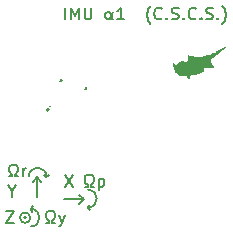
<source format=gbr>
%TF.GenerationSoftware,KiCad,Pcbnew,7.0.5*%
%TF.CreationDate,2023-06-07T14:55:56+03:00*%
%TF.ProjectId,IMU__1,494d555f-b131-42e6-9b69-6361645f7063,rev?*%
%TF.SameCoordinates,Original*%
%TF.FileFunction,Legend,Top*%
%TF.FilePolarity,Positive*%
%FSLAX46Y46*%
G04 Gerber Fmt 4.6, Leading zero omitted, Abs format (unit mm)*
G04 Created by KiCad (PCBNEW 7.0.5) date 2023-06-07 14:55:56*
%MOMM*%
%LPD*%
G01*
G04 APERTURE LIST*
%ADD10C,0.150000*%
%ADD11C,0.027000*%
%ADD12C,0.254000*%
G04 APERTURE END LIST*
D10*
X107500811Y-97230983D02*
G75*
G03*
X107500811Y-97230983I-74754J0D01*
G01*
X110755000Y-95680000D02*
X112445000Y-95680000D01*
X112469160Y-94589819D02*
X112707255Y-94589819D01*
X112707255Y-94589819D02*
X112707255Y-94399342D01*
X112707255Y-94399342D02*
X112612017Y-94351723D01*
X112612017Y-94351723D02*
X112516779Y-94256485D01*
X112516779Y-94256485D02*
X112469160Y-94113628D01*
X112469160Y-94113628D02*
X112469160Y-93875533D01*
X112469160Y-93875533D02*
X112516779Y-93732676D01*
X112516779Y-93732676D02*
X112612017Y-93637438D01*
X112612017Y-93637438D02*
X112754874Y-93589819D01*
X112754874Y-93589819D02*
X112945350Y-93589819D01*
X112945350Y-93589819D02*
X113088207Y-93637438D01*
X113088207Y-93637438D02*
X113183445Y-93732676D01*
X113183445Y-93732676D02*
X113231064Y-93875533D01*
X113231064Y-93875533D02*
X113231064Y-94113628D01*
X113231064Y-94113628D02*
X113183445Y-94256485D01*
X113183445Y-94256485D02*
X113088207Y-94351723D01*
X113088207Y-94351723D02*
X112992969Y-94399342D01*
X112992969Y-94399342D02*
X112992969Y-94589819D01*
X112992969Y-94589819D02*
X113231064Y-94589819D01*
X113659636Y-93923152D02*
X113659636Y-94923152D01*
X113659636Y-93970771D02*
X113754874Y-93923152D01*
X113754874Y-93923152D02*
X113945350Y-93923152D01*
X113945350Y-93923152D02*
X114040588Y-93970771D01*
X114040588Y-93970771D02*
X114088207Y-94018390D01*
X114088207Y-94018390D02*
X114135826Y-94113628D01*
X114135826Y-94113628D02*
X114135826Y-94399342D01*
X114135826Y-94399342D02*
X114088207Y-94494580D01*
X114088207Y-94494580D02*
X114040588Y-94542200D01*
X114040588Y-94542200D02*
X113945350Y-94589819D01*
X113945350Y-94589819D02*
X113754874Y-94589819D01*
X113754874Y-94589819D02*
X113659636Y-94542200D01*
X106059160Y-93729819D02*
X106297255Y-93729819D01*
X106297255Y-93729819D02*
X106297255Y-93539342D01*
X106297255Y-93539342D02*
X106202017Y-93491723D01*
X106202017Y-93491723D02*
X106106779Y-93396485D01*
X106106779Y-93396485D02*
X106059160Y-93253628D01*
X106059160Y-93253628D02*
X106059160Y-93015533D01*
X106059160Y-93015533D02*
X106106779Y-92872676D01*
X106106779Y-92872676D02*
X106202017Y-92777438D01*
X106202017Y-92777438D02*
X106344874Y-92729819D01*
X106344874Y-92729819D02*
X106535350Y-92729819D01*
X106535350Y-92729819D02*
X106678207Y-92777438D01*
X106678207Y-92777438D02*
X106773445Y-92872676D01*
X106773445Y-92872676D02*
X106821064Y-93015533D01*
X106821064Y-93015533D02*
X106821064Y-93253628D01*
X106821064Y-93253628D02*
X106773445Y-93396485D01*
X106773445Y-93396485D02*
X106678207Y-93491723D01*
X106678207Y-93491723D02*
X106582969Y-93539342D01*
X106582969Y-93539342D02*
X106582969Y-93729819D01*
X106582969Y-93729819D02*
X106821064Y-93729819D01*
X107249636Y-93729819D02*
X107249636Y-93063152D01*
X107249636Y-93253628D02*
X107297255Y-93158390D01*
X107297255Y-93158390D02*
X107344874Y-93110771D01*
X107344874Y-93110771D02*
X107440112Y-93063152D01*
X107440112Y-93063152D02*
X107535350Y-93063152D01*
X109190143Y-97640802D02*
X109428238Y-97640802D01*
X109428238Y-97640802D02*
X109428238Y-97450325D01*
X109428238Y-97450325D02*
X109333000Y-97402706D01*
X109333000Y-97402706D02*
X109237762Y-97307468D01*
X109237762Y-97307468D02*
X109190143Y-97164611D01*
X109190143Y-97164611D02*
X109190143Y-96926516D01*
X109190143Y-96926516D02*
X109237762Y-96783659D01*
X109237762Y-96783659D02*
X109333000Y-96688421D01*
X109333000Y-96688421D02*
X109475857Y-96640802D01*
X109475857Y-96640802D02*
X109666333Y-96640802D01*
X109666333Y-96640802D02*
X109809190Y-96688421D01*
X109809190Y-96688421D02*
X109904428Y-96783659D01*
X109904428Y-96783659D02*
X109952047Y-96926516D01*
X109952047Y-96926516D02*
X109952047Y-97164611D01*
X109952047Y-97164611D02*
X109904428Y-97307468D01*
X109904428Y-97307468D02*
X109809190Y-97402706D01*
X109809190Y-97402706D02*
X109713952Y-97450325D01*
X109713952Y-97450325D02*
X109713952Y-97640802D01*
X109713952Y-97640802D02*
X109952047Y-97640802D01*
X110285381Y-96974135D02*
X110523476Y-97640802D01*
X110761571Y-96974135D02*
X110523476Y-97640802D01*
X110523476Y-97640802D02*
X110428238Y-97878897D01*
X110428238Y-97878897D02*
X110380619Y-97926516D01*
X110380619Y-97926516D02*
X110285381Y-97974135D01*
X107890000Y-96480000D02*
X108000000Y-96710000D01*
X107890000Y-97980000D02*
G75*
G03*
X107890000Y-96480000I0J750000D01*
G01*
X107890000Y-96480000D02*
X108060000Y-96280000D01*
X112740000Y-96370000D02*
X112850000Y-96140000D01*
X112735000Y-96380000D02*
X112905000Y-96580000D01*
X112740000Y-96370000D02*
G75*
G03*
X112740000Y-94870000I0J750000D01*
G01*
X109230000Y-93750000D02*
X109000000Y-93640000D01*
X109230000Y-93750000D02*
X109430000Y-93580000D01*
X109230000Y-93750000D02*
G75*
G03*
X107730000Y-93750000I-750000J0D01*
G01*
X105842524Y-96640802D02*
X106509190Y-96640802D01*
X106509190Y-96640802D02*
X105842524Y-97640802D01*
X105842524Y-97640802D02*
X106509190Y-97640802D01*
X110791541Y-93589819D02*
X111458207Y-94589819D01*
X111458207Y-93589819D02*
X110791541Y-94589819D01*
X106297255Y-94963628D02*
X106297255Y-95439819D01*
X105963922Y-94439819D02*
X106297255Y-94963628D01*
X106297255Y-94963628D02*
X106630588Y-94439819D01*
X107864311Y-97230983D02*
G75*
G03*
X107864311Y-97230983I-438254J0D01*
G01*
X112440000Y-95680000D02*
X111970000Y-95330000D01*
X112440000Y-95680000D02*
X111970000Y-96030000D01*
X108450000Y-93760000D02*
X108800000Y-94230000D01*
X108450000Y-93760000D02*
X108100000Y-94230000D01*
X108450000Y-95450000D02*
X108450000Y-93760000D01*
X109427755Y-88080000D02*
G75*
G03*
X109427755Y-88080000I-97755J0D01*
G01*
X110841793Y-80449819D02*
X110841793Y-79449819D01*
X111317983Y-80449819D02*
X111317983Y-79449819D01*
X111317983Y-79449819D02*
X111651316Y-80164104D01*
X111651316Y-80164104D02*
X111984649Y-79449819D01*
X111984649Y-79449819D02*
X111984649Y-80449819D01*
X112460840Y-79449819D02*
X112460840Y-80259342D01*
X112460840Y-80259342D02*
X112508459Y-80354580D01*
X112508459Y-80354580D02*
X112556078Y-80402200D01*
X112556078Y-80402200D02*
X112651316Y-80449819D01*
X112651316Y-80449819D02*
X112841792Y-80449819D01*
X112841792Y-80449819D02*
X112937030Y-80402200D01*
X112937030Y-80402200D02*
X112984649Y-80354580D01*
X112984649Y-80354580D02*
X113032268Y-80259342D01*
X113032268Y-80259342D02*
X113032268Y-79449819D01*
X114841792Y-79783152D02*
X114698935Y-80259342D01*
X114698935Y-80259342D02*
X114651316Y-80354580D01*
X114651316Y-80354580D02*
X114603697Y-80402200D01*
X114603697Y-80402200D02*
X114508459Y-80449819D01*
X114508459Y-80449819D02*
X114413221Y-80449819D01*
X114413221Y-80449819D02*
X114317983Y-80402200D01*
X114317983Y-80402200D02*
X114270364Y-80354580D01*
X114270364Y-80354580D02*
X114222745Y-80211723D01*
X114222745Y-80211723D02*
X114222745Y-80021247D01*
X114222745Y-80021247D02*
X114270364Y-79878390D01*
X114270364Y-79878390D02*
X114317983Y-79830771D01*
X114317983Y-79830771D02*
X114413221Y-79783152D01*
X114413221Y-79783152D02*
X114508459Y-79783152D01*
X114508459Y-79783152D02*
X114603697Y-79830771D01*
X114603697Y-79830771D02*
X114651316Y-79878390D01*
X114651316Y-79878390D02*
X114698935Y-79973628D01*
X114698935Y-79973628D02*
X114746554Y-80306961D01*
X114746554Y-80306961D02*
X114794173Y-80402200D01*
X114794173Y-80402200D02*
X114889411Y-80449819D01*
X115794173Y-80449819D02*
X115222745Y-80449819D01*
X115508459Y-80449819D02*
X115508459Y-79449819D01*
X115508459Y-79449819D02*
X115413221Y-79592676D01*
X115413221Y-79592676D02*
X115317983Y-79687914D01*
X115317983Y-79687914D02*
X115222745Y-79735533D01*
X118032269Y-80830771D02*
X117984650Y-80783152D01*
X117984650Y-80783152D02*
X117889412Y-80640295D01*
X117889412Y-80640295D02*
X117841793Y-80545057D01*
X117841793Y-80545057D02*
X117794174Y-80402200D01*
X117794174Y-80402200D02*
X117746555Y-80164104D01*
X117746555Y-80164104D02*
X117746555Y-79973628D01*
X117746555Y-79973628D02*
X117794174Y-79735533D01*
X117794174Y-79735533D02*
X117841793Y-79592676D01*
X117841793Y-79592676D02*
X117889412Y-79497438D01*
X117889412Y-79497438D02*
X117984650Y-79354580D01*
X117984650Y-79354580D02*
X118032269Y-79306961D01*
X118984650Y-80354580D02*
X118937031Y-80402200D01*
X118937031Y-80402200D02*
X118794174Y-80449819D01*
X118794174Y-80449819D02*
X118698936Y-80449819D01*
X118698936Y-80449819D02*
X118556079Y-80402200D01*
X118556079Y-80402200D02*
X118460841Y-80306961D01*
X118460841Y-80306961D02*
X118413222Y-80211723D01*
X118413222Y-80211723D02*
X118365603Y-80021247D01*
X118365603Y-80021247D02*
X118365603Y-79878390D01*
X118365603Y-79878390D02*
X118413222Y-79687914D01*
X118413222Y-79687914D02*
X118460841Y-79592676D01*
X118460841Y-79592676D02*
X118556079Y-79497438D01*
X118556079Y-79497438D02*
X118698936Y-79449819D01*
X118698936Y-79449819D02*
X118794174Y-79449819D01*
X118794174Y-79449819D02*
X118937031Y-79497438D01*
X118937031Y-79497438D02*
X118984650Y-79545057D01*
X119413222Y-80354580D02*
X119460841Y-80402200D01*
X119460841Y-80402200D02*
X119413222Y-80449819D01*
X119413222Y-80449819D02*
X119365603Y-80402200D01*
X119365603Y-80402200D02*
X119413222Y-80354580D01*
X119413222Y-80354580D02*
X119413222Y-80449819D01*
X119841793Y-80402200D02*
X119984650Y-80449819D01*
X119984650Y-80449819D02*
X120222745Y-80449819D01*
X120222745Y-80449819D02*
X120317983Y-80402200D01*
X120317983Y-80402200D02*
X120365602Y-80354580D01*
X120365602Y-80354580D02*
X120413221Y-80259342D01*
X120413221Y-80259342D02*
X120413221Y-80164104D01*
X120413221Y-80164104D02*
X120365602Y-80068866D01*
X120365602Y-80068866D02*
X120317983Y-80021247D01*
X120317983Y-80021247D02*
X120222745Y-79973628D01*
X120222745Y-79973628D02*
X120032269Y-79926009D01*
X120032269Y-79926009D02*
X119937031Y-79878390D01*
X119937031Y-79878390D02*
X119889412Y-79830771D01*
X119889412Y-79830771D02*
X119841793Y-79735533D01*
X119841793Y-79735533D02*
X119841793Y-79640295D01*
X119841793Y-79640295D02*
X119889412Y-79545057D01*
X119889412Y-79545057D02*
X119937031Y-79497438D01*
X119937031Y-79497438D02*
X120032269Y-79449819D01*
X120032269Y-79449819D02*
X120270364Y-79449819D01*
X120270364Y-79449819D02*
X120413221Y-79497438D01*
X120841793Y-80354580D02*
X120889412Y-80402200D01*
X120889412Y-80402200D02*
X120841793Y-80449819D01*
X120841793Y-80449819D02*
X120794174Y-80402200D01*
X120794174Y-80402200D02*
X120841793Y-80354580D01*
X120841793Y-80354580D02*
X120841793Y-80449819D01*
X121889411Y-80354580D02*
X121841792Y-80402200D01*
X121841792Y-80402200D02*
X121698935Y-80449819D01*
X121698935Y-80449819D02*
X121603697Y-80449819D01*
X121603697Y-80449819D02*
X121460840Y-80402200D01*
X121460840Y-80402200D02*
X121365602Y-80306961D01*
X121365602Y-80306961D02*
X121317983Y-80211723D01*
X121317983Y-80211723D02*
X121270364Y-80021247D01*
X121270364Y-80021247D02*
X121270364Y-79878390D01*
X121270364Y-79878390D02*
X121317983Y-79687914D01*
X121317983Y-79687914D02*
X121365602Y-79592676D01*
X121365602Y-79592676D02*
X121460840Y-79497438D01*
X121460840Y-79497438D02*
X121603697Y-79449819D01*
X121603697Y-79449819D02*
X121698935Y-79449819D01*
X121698935Y-79449819D02*
X121841792Y-79497438D01*
X121841792Y-79497438D02*
X121889411Y-79545057D01*
X122317983Y-80354580D02*
X122365602Y-80402200D01*
X122365602Y-80402200D02*
X122317983Y-80449819D01*
X122317983Y-80449819D02*
X122270364Y-80402200D01*
X122270364Y-80402200D02*
X122317983Y-80354580D01*
X122317983Y-80354580D02*
X122317983Y-80449819D01*
X122746554Y-80402200D02*
X122889411Y-80449819D01*
X122889411Y-80449819D02*
X123127506Y-80449819D01*
X123127506Y-80449819D02*
X123222744Y-80402200D01*
X123222744Y-80402200D02*
X123270363Y-80354580D01*
X123270363Y-80354580D02*
X123317982Y-80259342D01*
X123317982Y-80259342D02*
X123317982Y-80164104D01*
X123317982Y-80164104D02*
X123270363Y-80068866D01*
X123270363Y-80068866D02*
X123222744Y-80021247D01*
X123222744Y-80021247D02*
X123127506Y-79973628D01*
X123127506Y-79973628D02*
X122937030Y-79926009D01*
X122937030Y-79926009D02*
X122841792Y-79878390D01*
X122841792Y-79878390D02*
X122794173Y-79830771D01*
X122794173Y-79830771D02*
X122746554Y-79735533D01*
X122746554Y-79735533D02*
X122746554Y-79640295D01*
X122746554Y-79640295D02*
X122794173Y-79545057D01*
X122794173Y-79545057D02*
X122841792Y-79497438D01*
X122841792Y-79497438D02*
X122937030Y-79449819D01*
X122937030Y-79449819D02*
X123175125Y-79449819D01*
X123175125Y-79449819D02*
X123317982Y-79497438D01*
X123746554Y-80354580D02*
X123794173Y-80402200D01*
X123794173Y-80402200D02*
X123746554Y-80449819D01*
X123746554Y-80449819D02*
X123698935Y-80402200D01*
X123698935Y-80402200D02*
X123746554Y-80354580D01*
X123746554Y-80354580D02*
X123746554Y-80449819D01*
X124127506Y-80830771D02*
X124175125Y-80783152D01*
X124175125Y-80783152D02*
X124270363Y-80640295D01*
X124270363Y-80640295D02*
X124317982Y-80545057D01*
X124317982Y-80545057D02*
X124365601Y-80402200D01*
X124365601Y-80402200D02*
X124413220Y-80164104D01*
X124413220Y-80164104D02*
X124413220Y-79973628D01*
X124413220Y-79973628D02*
X124365601Y-79735533D01*
X124365601Y-79735533D02*
X124317982Y-79592676D01*
X124317982Y-79592676D02*
X124270363Y-79497438D01*
X124270363Y-79497438D02*
X124175125Y-79354580D01*
X124175125Y-79354580D02*
X124127506Y-79306961D01*
D11*
%TO.C,IC2*%
X109529000Y-87800000D02*
G75*
G03*
X109503000Y-87800000I-13000J0D01*
G01*
X109502000Y-87800000D02*
G75*
G03*
X109530000Y-87800000I14000J0D01*
G01*
X109529000Y-87800000D02*
X109529000Y-87800000D01*
X109502000Y-87800000D02*
X109502000Y-87800000D01*
D12*
%TO.C,R2*%
X110490000Y-85612500D02*
G75*
G03*
X110490000Y-85612500I-50000J0D01*
G01*
%TO.C,R1*%
X112570000Y-86315000D02*
G75*
G03*
X112570000Y-86315000I-50000J0D01*
G01*
%TO.C,G\u002A\u002A\u002A*%
G36*
X124418653Y-82824912D02*
G01*
X124387556Y-82881466D01*
X124324733Y-82944364D01*
X124265327Y-82984300D01*
X124165063Y-83047799D01*
X124038579Y-83138164D01*
X123932717Y-83220323D01*
X123818993Y-83307600D01*
X123716597Y-83377548D01*
X123651128Y-83413402D01*
X123575960Y-83467917D01*
X123512884Y-83552919D01*
X123427169Y-83651759D01*
X123309031Y-83720327D01*
X123180230Y-83787551D01*
X123119894Y-83865834D01*
X123122349Y-83968062D01*
X123158784Y-84061589D01*
X123229777Y-84185250D01*
X123320070Y-84312884D01*
X123345593Y-84344055D01*
X123420575Y-84448126D01*
X123435824Y-84513514D01*
X123391859Y-84537686D01*
X123308642Y-84524028D01*
X123169546Y-84518888D01*
X123105833Y-84542773D01*
X123025081Y-84572389D01*
X122948832Y-84559479D01*
X122900226Y-84537359D01*
X122814216Y-84503438D01*
X122743449Y-84510389D01*
X122678389Y-84540178D01*
X122601180Y-84597320D01*
X122586770Y-84650274D01*
X122581706Y-84714287D01*
X122544067Y-84796575D01*
X122491640Y-84866612D01*
X122444746Y-84893999D01*
X122393493Y-84909591D01*
X122300179Y-84949765D01*
X122221487Y-84987702D01*
X122107222Y-85041998D01*
X122013193Y-85081274D01*
X121975080Y-85093372D01*
X121888180Y-85118720D01*
X121849722Y-85133654D01*
X121763051Y-85148873D01*
X121688798Y-85143730D01*
X121595464Y-85146466D01*
X121493346Y-85177393D01*
X121410069Y-85224859D01*
X121373297Y-85276788D01*
X121373092Y-85350930D01*
X121375628Y-85385313D01*
X121356956Y-85436701D01*
X121290824Y-85450203D01*
X121215944Y-85429541D01*
X121167032Y-85355782D01*
X121158962Y-85334144D01*
X121118504Y-85218086D01*
X120895410Y-85243326D01*
X120729687Y-85252440D01*
X120612524Y-85234059D01*
X120570708Y-85216694D01*
X120467952Y-85165234D01*
X120348230Y-85106563D01*
X120330827Y-85098151D01*
X120220241Y-85021380D01*
X120155559Y-84927986D01*
X120148263Y-84842570D01*
X120132261Y-84794234D01*
X120085180Y-84731329D01*
X120038014Y-84650440D01*
X119993983Y-84526888D01*
X119959592Y-84387588D01*
X119941347Y-84259455D01*
X119945752Y-84169401D01*
X119947845Y-84163115D01*
X119970888Y-84129086D01*
X120009564Y-84143816D01*
X120055304Y-84183919D01*
X120140532Y-84241323D01*
X120218506Y-84263634D01*
X120293008Y-84234555D01*
X120375824Y-84163286D01*
X120441723Y-84073776D01*
X120458525Y-84035794D01*
X120499772Y-84006160D01*
X120588468Y-83977043D01*
X120632681Y-83967591D01*
X120758117Y-83955548D01*
X120857184Y-83979292D01*
X120914625Y-84009316D01*
X121035320Y-84080528D01*
X121136272Y-83960554D01*
X121199026Y-83873252D01*
X121223867Y-83789328D01*
X121221025Y-83672275D01*
X121220031Y-83661654D01*
X121215779Y-83532666D01*
X121237229Y-83469469D01*
X121288529Y-83466892D01*
X121348672Y-83501340D01*
X121443104Y-83541336D01*
X121558799Y-83559059D01*
X121564409Y-83559108D01*
X121676683Y-83566150D01*
X121822167Y-83584236D01*
X121917691Y-83600084D01*
X122076051Y-83615470D01*
X122255665Y-83611296D01*
X122434146Y-83590439D01*
X122589108Y-83555775D01*
X122698164Y-83510178D01*
X122715377Y-83497625D01*
X122791312Y-83463570D01*
X122896869Y-83447971D01*
X122905520Y-83447867D01*
X123035457Y-83431443D01*
X123185261Y-83388089D01*
X123335262Y-83326686D01*
X123465791Y-83256116D01*
X123557179Y-83185258D01*
X123587408Y-83139996D01*
X123627114Y-83091861D01*
X123660167Y-83091303D01*
X123718367Y-83088988D01*
X123733166Y-83075445D01*
X123785353Y-83043865D01*
X123814865Y-83039984D01*
X123887483Y-83016427D01*
X123944039Y-82977186D01*
X124049037Y-82910104D01*
X124217520Y-82838388D01*
X124357000Y-82791222D01*
X124410858Y-82789798D01*
X124418653Y-82824912D01*
G37*
%TD*%
M02*

</source>
